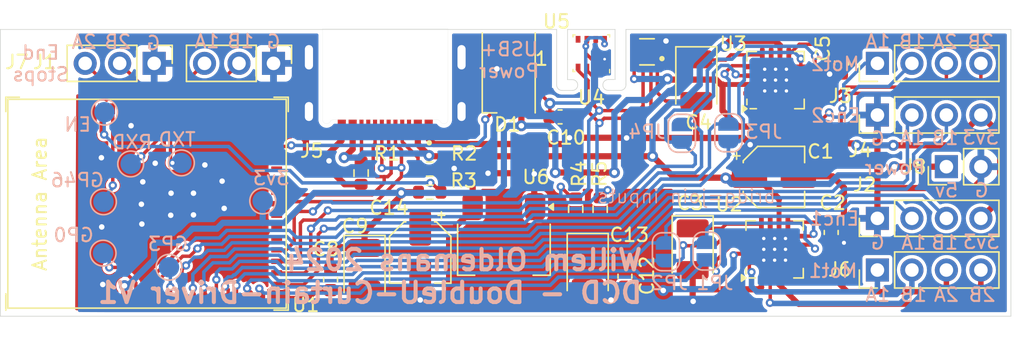
<source format=kicad_pcb>
(kicad_pcb
	(version 20240108)
	(generator "pcbnew")
	(generator_version "8.0")
	(general
		(thickness 1.6)
		(legacy_teardrops no)
	)
	(paper "A4")
	(layers
		(0 "F.Cu" signal)
		(31 "B.Cu" signal)
		(32 "B.Adhes" user "B.Adhesive")
		(33 "F.Adhes" user "F.Adhesive")
		(34 "B.Paste" user)
		(35 "F.Paste" user)
		(36 "B.SilkS" user "B.Silkscreen")
		(37 "F.SilkS" user "F.Silkscreen")
		(38 "B.Mask" user)
		(39 "F.Mask" user)
		(40 "Dwgs.User" user "User.Drawings")
		(41 "Cmts.User" user "User.Comments")
		(42 "Eco1.User" user "User.Eco1")
		(43 "Eco2.User" user "User.Eco2")
		(44 "Edge.Cuts" user)
		(45 "Margin" user)
		(46 "B.CrtYd" user "B.Courtyard")
		(47 "F.CrtYd" user "F.Courtyard")
		(48 "B.Fab" user)
		(49 "F.Fab" user)
		(50 "User.1" user)
		(51 "User.2" user)
		(52 "User.3" user)
		(53 "User.4" user)
		(54 "User.5" user)
		(55 "User.6" user)
		(56 "User.7" user)
		(57 "User.8" user)
		(58 "User.9" user)
	)
	(setup
		(pad_to_mask_clearance 0)
		(allow_soldermask_bridges_in_footprints no)
		(pcbplotparams
			(layerselection 0x00010fc_ffffffff)
			(plot_on_all_layers_selection 0x0000000_00000000)
			(disableapertmacros no)
			(usegerberextensions no)
			(usegerberattributes yes)
			(usegerberadvancedattributes yes)
			(creategerberjobfile yes)
			(dashed_line_dash_ratio 12.000000)
			(dashed_line_gap_ratio 3.000000)
			(svgprecision 4)
			(plotframeref no)
			(viasonmask no)
			(mode 1)
			(useauxorigin no)
			(hpglpennumber 1)
			(hpglpenspeed 20)
			(hpglpendiameter 15.000000)
			(pdf_front_fp_property_popups yes)
			(pdf_back_fp_property_popups yes)
			(dxfpolygonmode yes)
			(dxfimperialunits yes)
			(dxfusepcbnewfont yes)
			(psnegative no)
			(psa4output no)
			(plotreference yes)
			(plotvalue yes)
			(plotfptext yes)
			(plotinvisibletext no)
			(sketchpadsonfab no)
			(subtractmaskfromsilk no)
			(outputformat 1)
			(mirror no)
			(drillshape 1)
			(scaleselection 1)
			(outputdirectory "")
		)
	)
	(net 0 "")
	(net 1 "+5V")
	(net 2 "GND")
	(net 3 "Net-(U2-VCP)")
	(net 4 "Net-(U3-VCP)")
	(net 5 "+3V3")
	(net 6 "unconnected-(D1-DOUT-Pad1)")
	(net 7 "/LED_DATA")
	(net 8 "/END_1A")
	(net 9 "/END_1B")
	(net 10 "/ENC_1B")
	(net 11 "/ENC_1A")
	(net 12 "/MOT2_OUT_2A")
	(net 13 "/MOT2_OUT_1B")
	(net 14 "/MOT2_OUT_2B")
	(net 15 "/MOT2_OUT_1A")
	(net 16 "/ENC_2B")
	(net 17 "/ENC_2A")
	(net 18 "/VINT1")
	(net 19 "/USB_N")
	(net 20 "/USB_P")
	(net 21 "/VINT2")
	(net 22 "/MOT1_OUT_1B")
	(net 23 "/MOT1_OUT_1A")
	(net 24 "/MOT1_OUT_2A")
	(net 25 "/MOT1_OUT_2B")
	(net 26 "/END_2A")
	(net 27 "/END_2B")
	(net 28 "/MOT1_CTLA1")
	(net 29 "/MOT1_CTLB1")
	(net 30 "/MOT1_CTLB2")
	(net 31 "/MOT1_CTLA2")
	(net 32 "/MOT2_CTLB1")
	(net 33 "/MOT2_CTLA1")
	(net 34 "/MOT2_CTLA2")
	(net 35 "/MOT2_CTLB2")
	(net 36 "/CC2")
	(net 37 "/CC1")
	(net 38 "unconnected-(U1-IO36-Pad32)")
	(net 39 "/SDA")
	(net 40 "unconnected-(U1-IO26-Pad26)")
	(net 41 "/TXD")
	(net 42 "/SCL")
	(net 43 "unconnected-(U1-IO35-Pad31)")
	(net 44 "unconnected-(U1-IO48-Pad30)")
	(net 45 "/RXD")
	(net 46 "unconnected-(U1-IO34-Pad29)")
	(net 47 "/GPIO0")
	(net 48 "unconnected-(U1-IO39-Pad35)")
	(net 49 "unconnected-(U1-IO38-Pad34)")
	(net 50 "unconnected-(U1-IO47-Pad27)")
	(net 51 "unconnected-(U1-IO37-Pad33)")
	(net 52 "/GPIO46")
	(net 53 "unconnected-(U5-SDO-Pad5)")
	(net 54 "unconnected-(J5-SBU1-PadA8)")
	(net 55 "unconnected-(J5-SBU2-PadB8)")
	(net 56 "/GPIO3")
	(net 57 "unconnected-(U2-~{FAULT}-Pad6)")
	(net 58 "unconnected-(U3-~{FAULT}-Pad6)")
	(net 59 "/EN")
	(net 60 "unconnected-(U4-NC-Pad4)")
	(net 61 "unconnected-(U4-INT-Pad2)")
	(net 62 "unconnected-(U1-IO16-Pad20)")
	(net 63 "unconnected-(U1-IO17-Pad21)")
	(net 64 "unconnected-(U1-IO21-Pad25)")
	(net 65 "unconnected-(U1-IO18-Pad22)")
	(footprint "Capacitor_Tantalum_SMD:CP_EIA-3528-21_Kemet-B" (layer "F.Cu") (at 119.634 84.8556 -90))
	(footprint "Capacitor_SMD:C_0603_1608Metric" (layer "F.Cu") (at 100.7 85.8 -90))
	(footprint "Resistor_SMD:R_0603_1608Metric" (layer "F.Cu") (at 120.55 80.6 -90))
	(footprint "Capacitor_SMD:C_0603_1608Metric" (layer "F.Cu") (at 117.6 73.8))
	(footprint "Capacitor_Tantalum_SMD:CP_EIA-3528-21_Kemet-B" (layer "F.Cu") (at 103.2 85 -90))
	(footprint "Connector_PinHeader_2.54mm:PinHeader_1x02_P2.54mm_Vertical" (layer "F.Cu") (at 146.05 77.47 90))
	(footprint "Resistor_SMD:R_0603_1608Metric" (layer "F.Cu") (at 118.75 80.6 -90))
	(footprint "Capacitor_SMD:C_0603_1608Metric" (layer "F.Cu") (at 138.3284 69.8246 -90))
	(footprint "Connector_PinHeader_2.54mm:PinHeader_1x04_P2.54mm_Vertical" (layer "F.Cu") (at 140.97 69.85 90))
	(footprint "OptoDevice:Ams_TSL25911FN" (layer "F.Cu") (at 124.0025 69 180))
	(footprint "Resistor_SMD:R_0603_1608Metric" (layer "F.Cu") (at 108 77.65 180))
	(footprint "Connector_PinHeader_2.54mm:PinHeader_1x04_P2.54mm_Vertical" (layer "F.Cu") (at 140.97 85.09 90))
	(footprint "Capacitor_Tantalum_SMD:CP_EIA-3528-21_Kemet-B" (layer "F.Cu") (at 127.635 71.0888 -90))
	(footprint "Connector_PinHeader_2.54mm:PinHeader_1x04_P2.54mm_Vertical" (layer "F.Cu") (at 140.97 73.66 90))
	(footprint "Capacitor_Tantalum_SMD:CP_EIA-3528-21_Kemet-B" (layer "F.Cu") (at 127.3639 83.5562 -90))
	(footprint "Capacitor_SMD:CP_Elec_4x5.4" (layer "F.Cu") (at 107.3 83.8 -90))
	(footprint "Espressif:ESP32-S3-MINI-1" (layer "F.Cu") (at 89.73 80.2 90))
	(footprint "Package_DFN_QFN:Texas_RTY_WQFN-16-1EP_4x4mm_P0.65mm_EP2.1x2.1mm_ThermalVias" (layer "F.Cu") (at 133.4687 71.0848 90))
	(footprint "Connector_PinHeader_2.54mm:PinHeader_1x03_P2.54mm_Vertical" (layer "F.Cu") (at 96.4946 69.85 -90))
	(footprint "Connector_USB:USB_C_Receptacle_Molex_21699" (layer "F.Cu") (at 104.7242 69.4 180))
	(footprint "Package_DFN_QFN:Texas_RTY_WQFN-16-1EP_4x4mm_P0.65mm_EP2.1x2.1mm_ThermalVias" (layer "F.Cu") (at 133.4008 83.566 90))
	(footprint "Resistor_SMD:R_0603_1608Metric" (layer "F.Cu") (at 108 79.35 180))
	(footprint "Package_TO_SOT_SMD:SOT-223-3_TabPin2" (layer "F.Cu") (at 113.463 83.566 -90))
	(footprint "LED_SMD:LED_SK6812MINI_PLCC4_3.5x3.5mm_P1.75mm" (layer "F.Cu") (at 113.8174 70.55 -90))
	(footprint "Package_LGA:Bosch_LGA-8_2.5x2.5mm_P0.65mm_ClockwisePinNumbering" (layer "F.Cu") (at 119.9 69.1 180))
	(footprint "Capacitor_SMD:CP_Elec_4x5.4" (layer "F.Cu") (at 133.35 78.232))
	(footprint "Capacitor_SMD:C_0603_1608Metric" (layer "F.Cu") (at 137.5664 82.3214 -90))
	(footprint "Resistor_SMD:R_0603_1608Metric" (layer "F.Cu") (at 102.9462 77.9394 -90))
	(footprint "Capacitor_SMD:C_0603_1608Metric" (layer "F.Cu") (at 122.3772 85.5472 -90))
	(footprint "Connector_PinHeader_2.54mm:PinHeader_1x04_P2.54mm_Vertical" (layer "F.Cu") (at 140.97 81.28 90))
	(footprint "Connector_PinHeader_2.54mm:PinHeader_1x03_P2.54mm_Vertical"
		(layer "F.Cu")
		(uuid "f94b8148-491d-4040-b0e7-02ef93a31d80")
		(at 87.7062 69.85 -90)
		(descr "Through hole straight pin header, 1x03, 2.54mm pitch, single row")
		(tags "Through hole pin header THT 1x03 2.54mm single row")
		(property "Reference" "J7"
			(at -0.1 10.1062 180)
			(layer "F.SilkS")
			(uuid "f5786650-c701-49b6-83c6-04319705abec")
			(effects
				(font
					(size 1 1)
					(thickness 0.15)
				)
			)
		)
		(property "Value" "Conn_01x03"
			(at 0 7.41 90)
			(layer "F.Fab")
			(uuid "b11ab063-0960-49c6-8af9-670c2627e38f")
			(effects
				(font
					(size 1 1)
					(thickness 0.15)
				)
			)
		)
		(property "Footprint" "Connector_PinHeader_2.54mm:PinHeader_1x03_P2.54mm_Vertical"
			(at 0 0 -90)
			(unlocked yes)
			(layer "F.Fab")
			(hide yes)
			(uuid "27f3b077-105e-4a1b-88e0-1960e4bb18dd")
			(effects
				(font
					(size 1.27 1.27)
				)
			)
		)
		(property "Datasheet" ""
			(at 0 0 -90)
			(unlocked yes)
			(layer "F.Fab")
			(hide yes)
			(uuid "eabe15ef-0099-45b1-8a20-b78fc56c1d56")
			(effects
				(font
					(size 1.27 1.27)
				)
			)
		)
		(property "Description" "Generic connector, single row, 01x03, script generated (kicad-library-utils/schlib/autogen/connector/)"
			(at 0 0 -90)
			(unlocked yes)
			(layer "F.Fab")
			(hide yes)
			(uuid "e174fb2a-6a25-4589-b817-3ceed3cc6400")
			(effects
				(font
					(size 1.27 1.27)
				)
			)
		)
		(property ki_fp_filters "Connector*:*_1x??_*")
		(path "/8aa734e6-d956-4fc0-aee3-581e8f6c8177")
		(sheetname "Root")
		(sheetfile "blinds.kicad_sch")
		(attr through_hole)
		(fp_line
			(start -1.33 6.41)
			(end 1.33 6.41)
			(stroke
				(width 0.12)
				(type solid)
			)
			(layer "F
... [332363 chars truncated]
</source>
